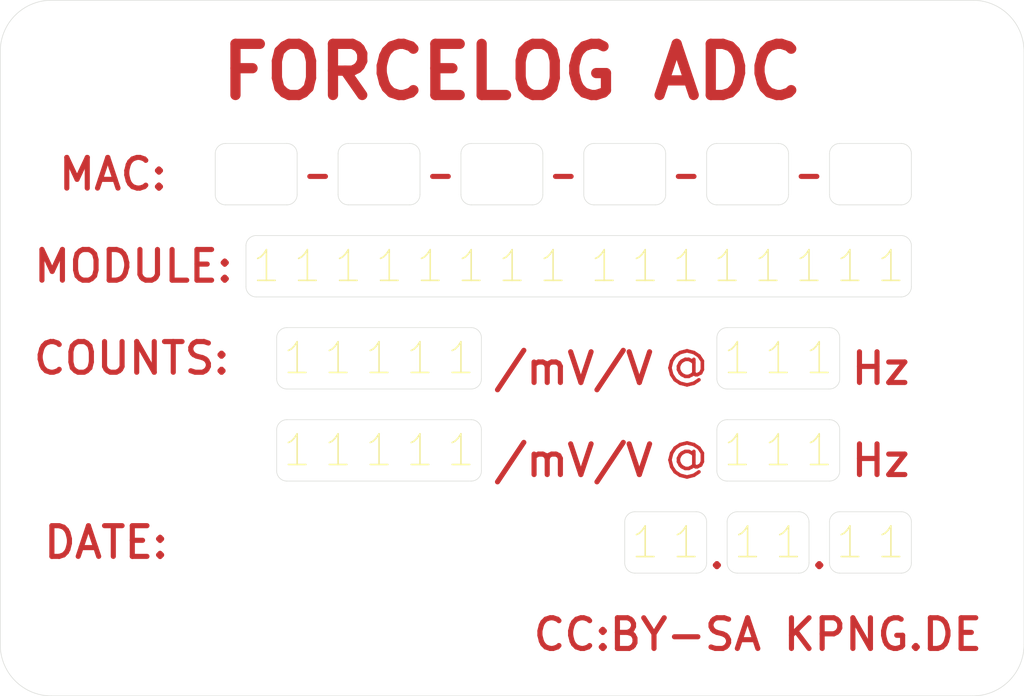
<source format=kicad_pcb>
(kicad_pcb (version 20171130) (host pcbnew 5.1.8)

  (general
    (thickness 1.6)
    (drawings 197)
    (tracks 0)
    (zones 0)
    (modules 0)
    (nets 1)
  )

  (page A4)
  (layers
    (0 F.Cu signal)
    (31 B.Cu signal)
    (32 B.Adhes user)
    (33 F.Adhes user)
    (34 B.Paste user)
    (35 F.Paste user)
    (36 B.SilkS user)
    (37 F.SilkS user)
    (38 B.Mask user)
    (39 F.Mask user)
    (40 Dwgs.User user)
    (41 Cmts.User user)
    (42 Eco1.User user)
    (43 Eco2.User user)
    (44 Edge.Cuts user)
    (45 Margin user)
    (46 B.CrtYd user)
    (47 F.CrtYd user)
    (48 B.Fab user)
    (49 F.Fab user)
  )

  (setup
    (last_trace_width 0.25)
    (trace_clearance 0.2)
    (zone_clearance 0.508)
    (zone_45_only no)
    (trace_min 0.2)
    (via_size 0.8)
    (via_drill 0.4)
    (via_min_size 0.4)
    (via_min_drill 0.3)
    (uvia_size 0.3)
    (uvia_drill 0.1)
    (uvias_allowed no)
    (uvia_min_size 0.2)
    (uvia_min_drill 0.1)
    (edge_width 0.05)
    (segment_width 0.2)
    (pcb_text_width 0.3)
    (pcb_text_size 1.5 1.5)
    (mod_edge_width 0.12)
    (mod_text_size 1 1)
    (mod_text_width 0.15)
    (pad_size 1.524 1.524)
    (pad_drill 0.762)
    (pad_to_mask_clearance 0)
    (aux_axis_origin 0 0)
    (grid_origin 100 118)
    (visible_elements FFFFFF7F)
    (pcbplotparams
      (layerselection 0x010dc_ffffffff)
      (usegerberextensions false)
      (usegerberattributes true)
      (usegerberadvancedattributes true)
      (creategerberjobfile true)
      (excludeedgelayer true)
      (linewidth 0.100000)
      (plotframeref false)
      (viasonmask false)
      (mode 1)
      (useauxorigin false)
      (hpglpennumber 1)
      (hpglpenspeed 20)
      (hpglpendiameter 15.000000)
      (psnegative false)
      (psa4output false)
      (plotreference true)
      (plotvalue true)
      (plotinvisibletext false)
      (padsonsilk false)
      (subtractmaskfromsilk false)
      (outputformat 1)
      (mirror false)
      (drillshape 0)
      (scaleselection 1)
      (outputdirectory "gerber/"))
  )

  (net 0 "")

  (net_class Default "This is the default net class."
    (clearance 0.2)
    (trace_width 0.25)
    (via_dia 0.8)
    (via_drill 0.4)
    (uvia_dia 0.3)
    (uvia_drill 0.1)
  )

  (gr_arc (start 195 113) (end 195 118) (angle -90) (layer Edge.Cuts) (width 0.05))
  (gr_arc (start 105 113) (end 100 113) (angle -90) (layer Edge.Cuts) (width 0.05))
  (gr_arc (start 105 55) (end 105 50) (angle -90) (layer Edge.Cuts) (width 0.05))
  (gr_arc (start 195 55) (end 200 55) (angle -90) (layer Edge.Cuts) (width 0.05))
  (gr_line (start 189 105) (end 189 101) (layer Edge.Cuts) (width 0.05) (tstamp 5FE1D484))
  (gr_text 1 (at 183 103) (layer F.SilkS) (tstamp 5FE1D483)
    (effects (font (size 3 3) (thickness 0.15)))
  )
  (gr_arc (start 182 105) (end 181 105) (angle -90) (layer Edge.Cuts) (width 0.05) (tstamp 5FE1D482))
  (gr_arc (start 188 105) (end 188 106) (angle -90) (layer Edge.Cuts) (width 0.05) (tstamp 5FE1D481))
  (gr_line (start 182 106) (end 188 106) (layer Edge.Cuts) (width 0.05) (tstamp 5FE1D480))
  (gr_text 1 (at 187 103) (layer F.SilkS) (tstamp 5FE1D47F)
    (effects (font (size 3 3) (thickness 0.15)))
  )
  (gr_arc (start 188 101) (end 189 101) (angle -90) (layer Edge.Cuts) (width 0.05) (tstamp 5FE1D47E))
  (gr_line (start 188 100) (end 182 100) (layer Edge.Cuts) (width 0.05) (tstamp 5FE1D47D))
  (gr_line (start 181 101) (end 181 105) (layer Edge.Cuts) (width 0.05) (tstamp 5FE1D47C))
  (gr_arc (start 182 101) (end 182 100) (angle -90) (layer Edge.Cuts) (width 0.05) (tstamp 5FE1D47B))
  (gr_line (start 179 105) (end 179 101) (layer Edge.Cuts) (width 0.05) (tstamp 5FE1D46C))
  (gr_text 1 (at 173 103) (layer F.SilkS) (tstamp 5FE1D46B)
    (effects (font (size 3 3) (thickness 0.15)))
  )
  (gr_text . (at 180 104) (layer F.Cu) (tstamp 5FE1D46A)
    (effects (font (size 3 3) (thickness 0.5)))
  )
  (gr_arc (start 172 105) (end 171 105) (angle -90) (layer Edge.Cuts) (width 0.05) (tstamp 5FE1D469))
  (gr_arc (start 178 105) (end 178 106) (angle -90) (layer Edge.Cuts) (width 0.05) (tstamp 5FE1D468))
  (gr_line (start 172 106) (end 178 106) (layer Edge.Cuts) (width 0.05) (tstamp 5FE1D467))
  (gr_text 1 (at 177 103) (layer F.SilkS) (tstamp 5FE1D466)
    (effects (font (size 3 3) (thickness 0.15)))
  )
  (gr_arc (start 178 101) (end 179 101) (angle -90) (layer Edge.Cuts) (width 0.05) (tstamp 5FE1D465))
  (gr_line (start 178 100) (end 172 100) (layer Edge.Cuts) (width 0.05) (tstamp 5FE1D464))
  (gr_line (start 171 101) (end 171 105) (layer Edge.Cuts) (width 0.05) (tstamp 5FE1D463))
  (gr_text . (at 180 104) (layer F.Mask) (tstamp 5FE1D462)
    (effects (font (size 3 3) (thickness 0.5)))
  )
  (gr_arc (start 172 101) (end 172 100) (angle -90) (layer Edge.Cuts) (width 0.05) (tstamp 5FE1D461))
  (gr_line (start 161 101) (end 161 105) (layer Edge.Cuts) (width 0.05) (tstamp 5FE1D406))
  (gr_text 1 (at 163 103) (layer F.SilkS) (tstamp 5FE1D405)
    (effects (font (size 3 3) (thickness 0.15)))
  )
  (gr_line (start 162 106) (end 168 106) (layer Edge.Cuts) (width 0.05) (tstamp 5FE1D404))
  (gr_arc (start 168 105) (end 168 106) (angle -90) (layer Edge.Cuts) (width 0.05) (tstamp 5FE1D403))
  (gr_line (start 169 105) (end 169 101) (layer Edge.Cuts) (width 0.05) (tstamp 5FE1D402))
  (gr_arc (start 162 101) (end 162 100) (angle -90) (layer Edge.Cuts) (width 0.05) (tstamp 5FE1D401))
  (gr_line (start 168 100) (end 162 100) (layer Edge.Cuts) (width 0.05) (tstamp 5FE1D400))
  (gr_arc (start 162 105) (end 161 105) (angle -90) (layer Edge.Cuts) (width 0.05) (tstamp 5FE1D3FF))
  (gr_arc (start 168 101) (end 169 101) (angle -90) (layer Edge.Cuts) (width 0.05) (tstamp 5FE1D3FE))
  (gr_text 1 (at 167 103) (layer F.SilkS) (tstamp 5FE1D3FD)
    (effects (font (size 3 3) (thickness 0.15)))
  )
  (gr_line (start 146 91) (end 128 91) (layer Edge.Cuts) (width 0.05) (tstamp 5FE1D398))
  (gr_text /mV/V (at 156 95) (layer F.Mask) (tstamp 5FE1D397)
    (effects (font (size 3 3) (thickness 0.5)))
  )
  (gr_arc (start 146 96) (end 146 97) (angle -90) (layer Edge.Cuts) (width 0.05) (tstamp 5FE1D396))
  (gr_text Hz (at 186 95) (layer F.Cu) (tstamp 5FE1D395)
    (effects (font (size 3 3) (thickness 0.5)))
  )
  (gr_text /mV/V (at 156 95) (layer F.Cu) (tstamp 5FE1D394)
    (effects (font (size 3 3) (thickness 0.5)))
  )
  (gr_arc (start 171 92) (end 171 91) (angle -90) (layer Edge.Cuts) (width 0.05) (tstamp 5FE1D393))
  (gr_line (start 181 91) (end 171 91) (layer Edge.Cuts) (width 0.05) (tstamp 5FE1D392))
  (gr_arc (start 181 96) (end 181 97) (angle -90) (layer Edge.Cuts) (width 0.05) (tstamp 5FE1D391))
  (gr_text 1 (at 176 94) (layer F.SilkS) (tstamp 5FE1D390)
    (effects (font (size 3 3) (thickness 0.15)))
  )
  (gr_text @ (at 167 94.5) (layer F.Mask) (tstamp 5FE1D38F)
    (effects (font (size 3.5 3.5) (thickness 0.35)))
  )
  (gr_text 1 (at 141 94) (layer F.SilkS) (tstamp 5FE1D38E)
    (effects (font (size 3 3) (thickness 0.15)))
  )
  (gr_line (start 127 92) (end 127 96) (layer Edge.Cuts) (width 0.05) (tstamp 5FE1D38D))
  (gr_text 1 (at 133 94) (layer F.SilkS) (tstamp 5FE1D38C)
    (effects (font (size 3 3) (thickness 0.15)))
  )
  (gr_arc (start 128 92) (end 128 91) (angle -90) (layer Edge.Cuts) (width 0.05) (tstamp 5FE1D38B))
  (gr_text Hz (at 186 95) (layer F.Mask) (tstamp 5FE1D38A)
    (effects (font (size 3 3) (thickness 0.5)))
  )
  (gr_line (start 182 96) (end 182 92) (layer Edge.Cuts) (width 0.05) (tstamp 5FE1D389))
  (gr_text 1 (at 172 94) (layer F.SilkS) (tstamp 5FE1D388)
    (effects (font (size 3 3) (thickness 0.15)))
  )
  (gr_line (start 170 92) (end 170 96) (layer Edge.Cuts) (width 0.05) (tstamp 5FE1D387))
  (gr_arc (start 171 96) (end 170 96) (angle -90) (layer Edge.Cuts) (width 0.05) (tstamp 5FE1D386))
  (gr_text 1 (at 137 94) (layer F.SilkS) (tstamp 5FE1D385)
    (effects (font (size 3 3) (thickness 0.15)))
  )
  (gr_line (start 147 96) (end 147 92) (layer Edge.Cuts) (width 0.05) (tstamp 5FE1D384))
  (gr_text @ (at 167 94.5) (layer F.Cu) (tstamp 5FE1D383)
    (effects (font (size 3.5 3.5) (thickness 0.35)))
  )
  (gr_text 1 (at 180 94) (layer F.SilkS) (tstamp 5FE1D382)
    (effects (font (size 3 3) (thickness 0.15)))
  )
  (gr_text 1 (at 145 94) (layer F.SilkS) (tstamp 5FE1D381)
    (effects (font (size 3 3) (thickness 0.15)))
  )
  (gr_line (start 181 97) (end 171 97) (layer Edge.Cuts) (width 0.05) (tstamp 5FE1D380))
  (gr_arc (start 128 96) (end 127 96) (angle -90) (layer Edge.Cuts) (width 0.05) (tstamp 5FE1D37F))
  (gr_line (start 146 97) (end 128 97) (layer Edge.Cuts) (width 0.05) (tstamp 5FE1D37E))
  (gr_arc (start 181 92) (end 182 92) (angle -90) (layer Edge.Cuts) (width 0.05) (tstamp 5FE1D37D))
  (gr_text 1 (at 129 94) (layer F.SilkS) (tstamp 5FE1D37C)
    (effects (font (size 3 3) (thickness 0.15)))
  )
  (gr_arc (start 146 92) (end 147 92) (angle -90) (layer Edge.Cuts) (width 0.05) (tstamp 5FE1D37B))
  (gr_text 1 (at 129 85) (layer F.SilkS) (tstamp 5FE1D358)
    (effects (font (size 3 3) (thickness 0.15)))
  )
  (gr_text 1 (at 133 85) (layer F.SilkS) (tstamp 5FE1D354)
    (effects (font (size 3 3) (thickness 0.15)))
  )
  (gr_arc (start 128 83) (end 128 82) (angle -90) (layer Edge.Cuts) (width 0.05) (tstamp 5FE1D343))
  (gr_line (start 146 82) (end 128 82) (layer Edge.Cuts) (width 0.05) (tstamp 5FE1D342))
  (gr_arc (start 146 87) (end 146 88) (angle -90) (layer Edge.Cuts) (width 0.05) (tstamp 5FE1D341))
  (gr_text 1 (at 141 85) (layer F.SilkS) (tstamp 5FE1D340)
    (effects (font (size 3 3) (thickness 0.15)))
  )
  (gr_line (start 147 87) (end 147 83) (layer Edge.Cuts) (width 0.05) (tstamp 5FE1D33F))
  (gr_text 1 (at 137 85) (layer F.SilkS) (tstamp 5FE1D33E)
    (effects (font (size 3 3) (thickness 0.15)))
  )
  (gr_line (start 127 83) (end 127 87) (layer Edge.Cuts) (width 0.05) (tstamp 5FE1D33D))
  (gr_arc (start 128 87) (end 127 87) (angle -90) (layer Edge.Cuts) (width 0.05) (tstamp 5FE1D33C))
  (gr_text 1 (at 145 85) (layer F.SilkS) (tstamp 5FE1D33B)
    (effects (font (size 3 3) (thickness 0.15)))
  )
  (gr_line (start 146 88) (end 128 88) (layer Edge.Cuts) (width 0.05) (tstamp 5FE1D33A))
  (gr_arc (start 146 83) (end 147 83) (angle -90) (layer Edge.Cuts) (width 0.05) (tstamp 5FE1D339))
  (gr_text 1 (at 172 85) (layer F.SilkS) (tstamp 5FE1D2B8)
    (effects (font (size 3 3) (thickness 0.15)))
  )
  (gr_line (start 181 82) (end 171 82) (layer Edge.Cuts) (width 0.05) (tstamp 5FE1D2B3))
  (gr_line (start 181 88) (end 171 88) (layer Edge.Cuts) (width 0.05) (tstamp 5FE1D2B2))
  (gr_arc (start 171 83) (end 171 82) (angle -90) (layer Edge.Cuts) (width 0.05) (tstamp 5FE1D2AE))
  (gr_line (start 170 83) (end 170 87) (layer Edge.Cuts) (width 0.05) (tstamp 5FE1D2AD))
  (gr_arc (start 171 87) (end 170 87) (angle -90) (layer Edge.Cuts) (width 0.05) (tstamp 5FE1D2AC))
  (gr_text 1 (at 176 85) (layer F.SilkS) (tstamp 5FE1D2AA)
    (effects (font (size 3 3) (thickness 0.15)))
  )
  (gr_text 1 (at 180 85) (layer F.SilkS) (tstamp 5FE1D2A8)
    (effects (font (size 3 3) (thickness 0.15)))
  )
  (gr_arc (start 181 87) (end 181 88) (angle -90) (layer Edge.Cuts) (width 0.05) (tstamp 5FE1D29D))
  (gr_line (start 182 87) (end 182 83) (layer Edge.Cuts) (width 0.05) (tstamp 5FE1D29C))
  (gr_arc (start 181 83) (end 182 83) (angle -90) (layer Edge.Cuts) (width 0.05) (tstamp 5FE1D29B))
  (gr_line (start 125 79) (end 188 79) (layer Edge.Cuts) (width 0.05) (tstamp 5FE1D238))
  (gr_line (start 188 73) (end 125 73) (layer Edge.Cuts) (width 0.05) (tstamp 5FE1D237))
  (gr_arc (start 188 78) (end 188 79) (angle -90) (layer Edge.Cuts) (width 0.05) (tstamp 5FE1D22D))
  (gr_line (start 189 78) (end 189 74) (layer Edge.Cuts) (width 0.05) (tstamp 5FE1D22C))
  (gr_arc (start 188 74) (end 189 74) (angle -90) (layer Edge.Cuts) (width 0.05) (tstamp 5FE1D22B))
  (gr_text 1 (at 175 76) (layer F.SilkS) (tstamp 5FE1D225)
    (effects (font (size 3 3) (thickness 0.15)))
  )
  (gr_text 1 (at 187 76) (layer F.SilkS) (tstamp 5FE1D224)
    (effects (font (size 3 3) (thickness 0.15)))
  )
  (gr_text 1 (at 179 76) (layer F.SilkS) (tstamp 5FE1D223)
    (effects (font (size 3 3) (thickness 0.15)))
  )
  (gr_text 1 (at 183 76) (layer F.SilkS) (tstamp 5FE1D222)
    (effects (font (size 3 3) (thickness 0.15)))
  )
  (gr_text 1 (at 171 76) (layer F.SilkS) (tstamp 5FE1D21D)
    (effects (font (size 3 3) (thickness 0.15)))
  )
  (gr_text 1 (at 167 76) (layer F.SilkS) (tstamp 5FE1D21C)
    (effects (font (size 3 3) (thickness 0.15)))
  )
  (gr_text 1 (at 163 76) (layer F.SilkS) (tstamp 5FE1D21B)
    (effects (font (size 3 3) (thickness 0.15)))
  )
  (gr_text 1 (at 159 76) (layer F.SilkS) (tstamp 5FE1D21A)
    (effects (font (size 3 3) (thickness 0.15)))
  )
  (gr_text 1 (at 154 76) (layer F.SilkS) (tstamp 5FE1D215)
    (effects (font (size 3 3) (thickness 0.15)))
  )
  (gr_text 1 (at 142 76) (layer F.SilkS) (tstamp 5FE1D214)
    (effects (font (size 3 3) (thickness 0.15)))
  )
  (gr_text 1 (at 146 76) (layer F.SilkS) (tstamp 5FE1D213)
    (effects (font (size 3 3) (thickness 0.15)))
  )
  (gr_text 1 (at 150 76) (layer F.SilkS) (tstamp 5FE1D212)
    (effects (font (size 3 3) (thickness 0.15)))
  )
  (gr_text 1 (at 134 76) (layer F.SilkS) (tstamp 5FE1D20C)
    (effects (font (size 3 3) (thickness 0.15)))
  )
  (gr_text 1 (at 138 76) (layer F.SilkS) (tstamp 5FE1D20B)
    (effects (font (size 3 3) (thickness 0.15)))
  )
  (gr_text 1 (at 130 76) (layer F.SilkS) (tstamp 5FE1D208)
    (effects (font (size 3 3) (thickness 0.15)))
  )
  (gr_line (start 124 74) (end 124 78) (layer Edge.Cuts) (width 0.05) (tstamp 5FE1D1F0))
  (gr_arc (start 125 74) (end 125 73) (angle -90) (layer Edge.Cuts) (width 0.05) (tstamp 5FE1D1EF))
  (gr_arc (start 125 78) (end 124 78) (angle -90) (layer Edge.Cuts) (width 0.05) (tstamp 5FE1D1EE))
  (gr_text 1 (at 126 76) (layer F.SilkS) (tstamp 5FE1D1E5)
    (effects (font (size 3 3) (thickness 0.15)))
  )
  (gr_arc (start 188 69) (end 188 70) (angle -90) (layer Edge.Cuts) (width 0.05) (tstamp 5FE1D18E))
  (gr_arc (start 188 65) (end 189 65) (angle -90) (layer Edge.Cuts) (width 0.05) (tstamp 5FE1D18D))
  (gr_line (start 181 65) (end 181 69) (layer Edge.Cuts) (width 0.05) (tstamp 5FE1D18C))
  (gr_line (start 182 70) (end 188 70) (layer Edge.Cuts) (width 0.05) (tstamp 5FE1D189))
  (gr_arc (start 182 69) (end 181 69) (angle -90) (layer Edge.Cuts) (width 0.05) (tstamp 5FE1D188))
  (gr_line (start 189 69) (end 189 65) (layer Edge.Cuts) (width 0.05) (tstamp 5FE1D187))
  (gr_line (start 188 64) (end 182 64) (layer Edge.Cuts) (width 0.05) (tstamp 5FE1D186))
  (gr_arc (start 182 65) (end 182 64) (angle -90) (layer Edge.Cuts) (width 0.05) (tstamp 5FE1D185))
  (gr_line (start 177 69) (end 177 65) (layer Edge.Cuts) (width 0.05) (tstamp 5FE1D17A))
  (gr_line (start 176 64) (end 170 64) (layer Edge.Cuts) (width 0.05) (tstamp 5FE1D179))
  (gr_line (start 169 65) (end 169 69) (layer Edge.Cuts) (width 0.05) (tstamp 5FE1D178))
  (gr_arc (start 176 69) (end 176 70) (angle -90) (layer Edge.Cuts) (width 0.05) (tstamp 5FE1D177))
  (gr_arc (start 170 65) (end 170 64) (angle -90) (layer Edge.Cuts) (width 0.05) (tstamp 5FE1D175))
  (gr_arc (start 176 65) (end 177 65) (angle -90) (layer Edge.Cuts) (width 0.05) (tstamp 5FE1D174))
  (gr_arc (start 170 69) (end 169 69) (angle -90) (layer Edge.Cuts) (width 0.05) (tstamp 5FE1D173))
  (gr_line (start 170 70) (end 176 70) (layer Edge.Cuts) (width 0.05) (tstamp 5FE1D171))
  (gr_arc (start 164 69) (end 164 70) (angle -90) (layer Edge.Cuts) (width 0.05) (tstamp 5FE1D166))
  (gr_line (start 158 70) (end 164 70) (layer Edge.Cuts) (width 0.05) (tstamp 5FE1D165))
  (gr_line (start 157 65) (end 157 69) (layer Edge.Cuts) (width 0.05) (tstamp 5FE1D163))
  (gr_arc (start 158 65) (end 158 64) (angle -90) (layer Edge.Cuts) (width 0.05) (tstamp 5FE1D162))
  (gr_arc (start 164 65) (end 165 65) (angle -90) (layer Edge.Cuts) (width 0.05) (tstamp 5FE1D161))
  (gr_line (start 165 69) (end 165 65) (layer Edge.Cuts) (width 0.05) (tstamp 5FE1D160))
  (gr_line (start 164 64) (end 158 64) (layer Edge.Cuts) (width 0.05) (tstamp 5FE1D15F))
  (gr_arc (start 158 69) (end 157 69) (angle -90) (layer Edge.Cuts) (width 0.05) (tstamp 5FE1D15E))
  (gr_line (start 153 69) (end 153 65) (layer Edge.Cuts) (width 0.05) (tstamp 5FE1D152))
  (gr_arc (start 146 69) (end 145 69) (angle -90) (layer Edge.Cuts) (width 0.05) (tstamp 5FE1D151))
  (gr_arc (start 152 69) (end 152 70) (angle -90) (layer Edge.Cuts) (width 0.05) (tstamp 5FE1D150))
  (gr_line (start 145 65) (end 145 69) (layer Edge.Cuts) (width 0.05) (tstamp 5FE1D14E))
  (gr_arc (start 152 65) (end 153 65) (angle -90) (layer Edge.Cuts) (width 0.05) (tstamp 5FE1D14D))
  (gr_line (start 146 70) (end 152 70) (layer Edge.Cuts) (width 0.05) (tstamp 5FE1D14C))
  (gr_arc (start 146 65) (end 146 64) (angle -90) (layer Edge.Cuts) (width 0.05) (tstamp 5FE1D14B))
  (gr_line (start 152 64) (end 146 64) (layer Edge.Cuts) (width 0.05) (tstamp 5FE1D149))
  (gr_line (start 133 65) (end 133 69) (layer Edge.Cuts) (width 0.05) (tstamp 5FE1D13E))
  (gr_line (start 134 70) (end 140 70) (layer Edge.Cuts) (width 0.05) (tstamp 5FE1D13C))
  (gr_arc (start 140 69) (end 140 70) (angle -90) (layer Edge.Cuts) (width 0.05) (tstamp 5FE1D13B))
  (gr_line (start 141 69) (end 141 65) (layer Edge.Cuts) (width 0.05) (tstamp 5FE1D13A))
  (gr_arc (start 134 65) (end 134 64) (angle -90) (layer Edge.Cuts) (width 0.05) (tstamp 5FE1D139))
  (gr_line (start 140 64) (end 134 64) (layer Edge.Cuts) (width 0.05) (tstamp 5FE1D138))
  (gr_arc (start 134 69) (end 133 69) (angle -90) (layer Edge.Cuts) (width 0.05) (tstamp 5FE1D137))
  (gr_arc (start 140 65) (end 141 65) (angle -90) (layer Edge.Cuts) (width 0.05) (tstamp 5FE1D136))
  (gr_arc (start 128 65) (end 129 65) (angle -90) (layer Edge.Cuts) (width 0.05))
  (gr_arc (start 128 69) (end 128 70) (angle -90) (layer Edge.Cuts) (width 0.05))
  (gr_arc (start 122 69) (end 121 69) (angle -90) (layer Edge.Cuts) (width 0.05))
  (gr_arc (start 122 65) (end 122 64) (angle -90) (layer Edge.Cuts) (width 0.05))
  (gr_text - (at 179 67) (layer F.Mask) (tstamp 5FE1D10E)
    (effects (font (size 3 2) (thickness 0.5)))
  )
  (gr_text - (at 179 67) (layer F.Cu) (tstamp 5FE1D107)
    (effects (font (size 3 2) (thickness 0.5)))
  )
  (gr_text - (at 167 67) (layer F.Mask) (tstamp 5FE1D0FC)
    (effects (font (size 3 2) (thickness 0.5)))
  )
  (gr_text - (at 167 67) (layer F.Cu) (tstamp 5FE1D0FB)
    (effects (font (size 3 2) (thickness 0.5)))
  )
  (gr_text - (at 155 67) (layer F.Cu) (tstamp 5FE1D0EB)
    (effects (font (size 3 2) (thickness 0.5)))
  )
  (gr_text - (at 155 67) (layer F.Mask) (tstamp 5FE1D0E7)
    (effects (font (size 3 2) (thickness 0.5)))
  )
  (gr_text - (at 143 67) (layer F.Mask) (tstamp 5FE1D0DE)
    (effects (font (size 3 2) (thickness 0.5)))
  )
  (gr_text - (at 143 67) (layer F.Cu) (tstamp 5FE1D0DC)
    (effects (font (size 3 2) (thickness 0.5)))
  )
  (gr_text 1 (at 123 67) (layer Dwgs.User)
    (effects (font (size 3 3) (thickness 0.15)))
  )
  (gr_line (start 122 70) (end 128 70) (layer Edge.Cuts) (width 0.05) (tstamp 5FE1D04C))
  (gr_line (start 121 65) (end 121 69) (layer Edge.Cuts) (width 0.05))
  (gr_line (start 128 64) (end 122 64) (layer Edge.Cuts) (width 0.05))
  (gr_line (start 129 69) (end 129 65) (layer Edge.Cuts) (width 0.05))
  (gr_text "CC:BY-SA KPNG.DE" (at 174 112) (layer F.Cu) (tstamp 5FE121BB)
    (effects (font (size 3 3) (thickness 0.5)))
  )
  (gr_text . (at 170 104) (layer F.Cu) (tstamp 5FE121AF)
    (effects (font (size 3 3) (thickness 0.5)))
  )
  (gr_text DATE: (at 104 103) (layer F.Cu) (tstamp 5FE121A7)
    (effects (font (size 3 3) (thickness 0.5)) (justify left))
  )
  (gr_text Hz (at 186 86) (layer F.Cu) (tstamp 5FE1219D)
    (effects (font (size 3 3) (thickness 0.5)))
  )
  (gr_text @ (at 167 85.5) (layer F.Cu) (tstamp 5FE12181)
    (effects (font (size 3.5 3.5) (thickness 0.35)))
  )
  (gr_text /mV/V (at 156 86) (layer F.Cu) (tstamp 5FE12170)
    (effects (font (size 3 3) (thickness 0.5)))
  )
  (gr_text COUNTS: (at 103 85) (layer F.Cu) (tstamp 5FE12168)
    (effects (font (size 3 3) (thickness 0.5)) (justify left))
  )
  (gr_text MODULE: (at 113 76) (layer F.Cu) (tstamp 5FE12160)
    (effects (font (size 3 3) (thickness 0.5)))
  )
  (gr_text - (at 131 67) (layer F.Cu) (tstamp 5FE1214A)
    (effects (font (size 3 2) (thickness 0.5)))
  )
  (gr_text MAC: (at 111 67) (layer F.Cu) (tstamp 5FE1213A)
    (effects (font (size 3 3) (thickness 0.5)))
  )
  (gr_text "FORCELOG ADC" (at 150 57) (layer F.Cu) (tstamp 5FE12127)
    (effects (font (size 5 5) (thickness 1)))
  )
  (gr_text Hz (at 186 86) (layer F.Mask) (tstamp 5FE0E88F)
    (effects (font (size 3 3) (thickness 0.5)))
  )
  (gr_text . (at 170 104) (layer F.Mask) (tstamp 5FE0E83F)
    (effects (font (size 3 3) (thickness 0.5)))
  )
  (gr_text /mV/V (at 156 86) (layer F.Mask) (tstamp 5FE0E68F)
    (effects (font (size 3 3) (thickness 0.5)))
  )
  (gr_text @ (at 167 85.5) (layer F.Mask) (tstamp 5FE0E58A)
    (effects (font (size 3.5 3.5) (thickness 0.35)))
  )
  (gr_text - (at 131 67) (layer F.Mask) (tstamp 5FE0E4E5)
    (effects (font (size 3 2) (thickness 0.5)))
  )
  (gr_text DATE: (at 104 103) (layer F.Mask) (tstamp 5FE0E4B2)
    (effects (font (size 3 3) (thickness 0.5)) (justify left))
  )
  (gr_text "CC:BY-SA KPNG.DE" (at 174 112) (layer F.Mask) (tstamp 5FE0E49F)
    (effects (font (size 3 3) (thickness 0.5)))
  )
  (gr_text COUNTS: (at 103 85) (layer F.Mask) (tstamp 5FE0E49C)
    (effects (font (size 3 3) (thickness 0.5)) (justify left))
  )
  (gr_text MODULE: (at 113 76) (layer F.Mask) (tstamp 5FE0E496)
    (effects (font (size 3 3) (thickness 0.5)))
  )
  (gr_text MAC: (at 111 67) (layer F.Mask) (tstamp 5FE0E48A)
    (effects (font (size 3 3) (thickness 0.5)))
  )
  (gr_line (start 100 113) (end 100 55) (layer Edge.Cuts) (width 0.05) (tstamp 5FE0E487))
  (gr_line (start 195 118) (end 105 118) (layer Edge.Cuts) (width 0.05))
  (gr_line (start 200 55) (end 200 113) (layer Edge.Cuts) (width 0.05))
  (gr_line (start 105 50) (end 195 50) (layer Edge.Cuts) (width 0.05))
  (gr_text "FORCELOG ADC" (at 150 57) (layer F.Mask)
    (effects (font (size 5 5) (thickness 1)))
  )

)

</source>
